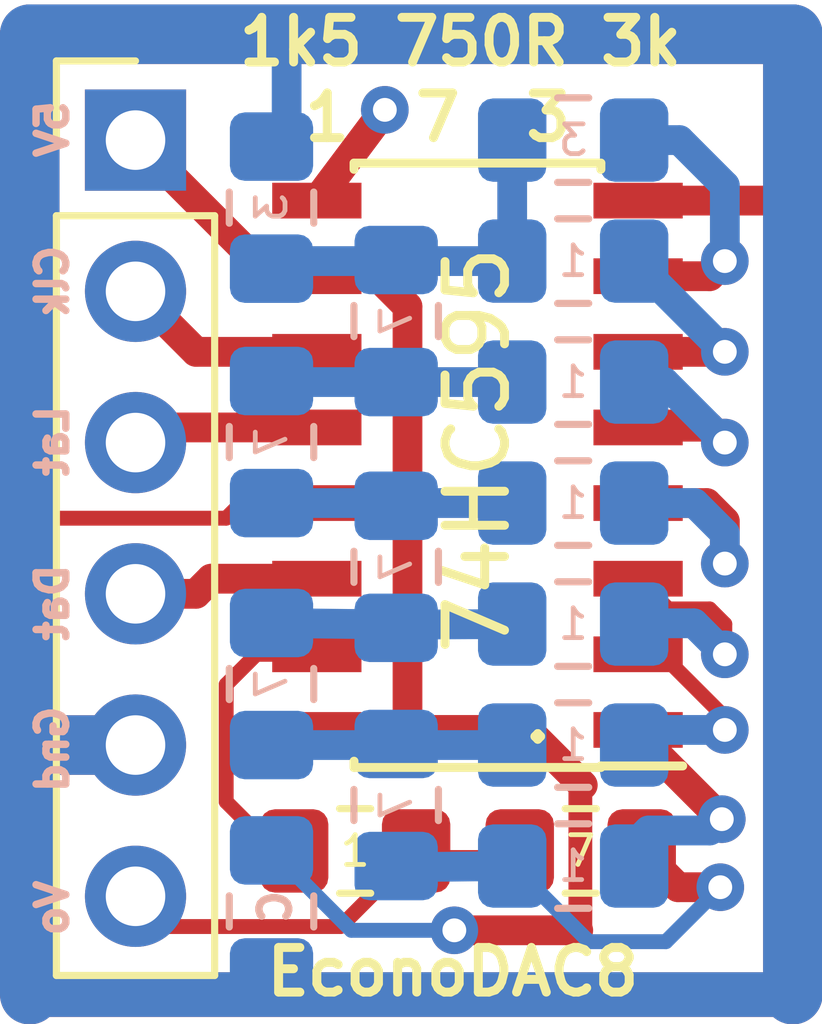
<source format=kicad_pcb>
(kicad_pcb (version 20171130) (host pcbnew 5.1.9+dfsg1-1)

  (general
    (thickness 1.6)
    (drawings 9)
    (tracks 119)
    (zones 0)
    (modules 18)
    (nets 22)
  )

  (page A4)
  (layers
    (0 F.Cu signal)
    (31 B.Cu signal hide)
    (32 B.Adhes user hide)
    (33 F.Adhes user hide)
    (34 B.Paste user hide)
    (35 F.Paste user hide)
    (36 B.SilkS user hide)
    (37 F.SilkS user)
    (38 B.Mask user hide)
    (39 F.Mask user hide)
    (40 Dwgs.User user hide)
    (41 Cmts.User user hide)
    (42 Eco1.User user hide)
    (43 Eco2.User user hide)
    (44 Edge.Cuts user hide)
    (45 Margin user hide)
    (46 B.CrtYd user hide)
    (47 F.CrtYd user hide)
    (48 B.Fab user hide)
    (49 F.Fab user hide)
  )

  (setup
    (last_trace_width 0.25)
    (user_trace_width 0.25)
    (user_trace_width 0.5)
    (user_trace_width 0.75)
    (user_trace_width 1)
    (trace_clearance 0.2)
    (zone_clearance 0.508)
    (zone_45_only no)
    (trace_min 0.2)
    (via_size 0.8)
    (via_drill 0.4)
    (via_min_size 0.4)
    (via_min_drill 0.3)
    (uvia_size 0.3)
    (uvia_drill 0.1)
    (uvias_allowed no)
    (uvia_min_size 0.2)
    (uvia_min_drill 0.1)
    (edge_width 0.05)
    (segment_width 0.2)
    (pcb_text_width 0.3)
    (pcb_text_size 1.5 1.5)
    (mod_edge_width 0.12)
    (mod_text_size 1 1)
    (mod_text_width 0.15)
    (pad_size 1.524 1.524)
    (pad_drill 0.762)
    (pad_to_mask_clearance 0)
    (aux_axis_origin 0 0)
    (visible_elements 7FFFFFFF)
    (pcbplotparams
      (layerselection 0x010fc_ffffffff)
      (usegerberextensions false)
      (usegerberattributes true)
      (usegerberadvancedattributes true)
      (creategerberjobfile true)
      (excludeedgelayer true)
      (linewidth 0.100000)
      (plotframeref false)
      (viasonmask false)
      (mode 1)
      (useauxorigin false)
      (hpglpennumber 1)
      (hpglpenspeed 20)
      (hpglpendiameter 15.000000)
      (psnegative false)
      (psa4output false)
      (plotreference true)
      (plotvalue true)
      (plotinvisibletext false)
      (padsonsilk false)
      (subtractmaskfromsilk false)
      (outputformat 1)
      (mirror false)
      (drillshape 1)
      (scaleselection 1)
      (outputdirectory ""))
  )

  (net 0 "")
  (net 1 "Net-(J1-Pad6)")
  (net 2 GND)
  (net 3 "Net-(J1-Pad4)")
  (net 4 "Net-(J1-Pad3)")
  (net 5 "Net-(J1-Pad2)")
  (net 6 +5V)
  (net 7 "Net-(R1-Pad2)")
  (net 8 "Net-(R2-Pad2)")
  (net 9 "Net-(R10-Pad2)")
  (net 10 "Net-(R3-Pad2)")
  (net 11 "Net-(R11-Pad2)")
  (net 12 "Net-(R4-Pad2)")
  (net 13 "Net-(R12-Pad2)")
  (net 14 "Net-(R5-Pad2)")
  (net 15 "Net-(R13-Pad2)")
  (net 16 "Net-(R6-Pad2)")
  (net 17 "Net-(R14-Pad2)")
  (net 18 "Net-(R7-Pad2)")
  (net 19 "Net-(R15-Pad2)")
  (net 20 "Net-(R8-Pad2)")
  (net 21 "Net-(U1-Pad9)")

  (net_class Default "This is the default net class."
    (clearance 0.2)
    (trace_width 0.25)
    (via_dia 0.8)
    (via_drill 0.4)
    (uvia_dia 0.3)
    (uvia_drill 0.1)
    (add_net +5V)
    (add_net GND)
    (add_net "Net-(J1-Pad2)")
    (add_net "Net-(J1-Pad3)")
    (add_net "Net-(J1-Pad4)")
    (add_net "Net-(J1-Pad6)")
    (add_net "Net-(R1-Pad2)")
    (add_net "Net-(R10-Pad2)")
    (add_net "Net-(R11-Pad2)")
    (add_net "Net-(R12-Pad2)")
    (add_net "Net-(R13-Pad2)")
    (add_net "Net-(R14-Pad2)")
    (add_net "Net-(R15-Pad2)")
    (add_net "Net-(R2-Pad2)")
    (add_net "Net-(R3-Pad2)")
    (add_net "Net-(R4-Pad2)")
    (add_net "Net-(R5-Pad2)")
    (add_net "Net-(R6-Pad2)")
    (add_net "Net-(R7-Pad2)")
    (add_net "Net-(R8-Pad2)")
    (add_net "Net-(U1-Pad9)")
  )

  (module Capacitor_SMD:C_0805_2012Metric_Pad1.15x1.40mm_HandSolder (layer B.Cu) (tedit 5B36C52B) (tstamp 61D23B7B)
    (at 128.524 101.346 270)
    (descr "Capacitor SMD 0805 (2012 Metric), square (rectangular) end terminal, IPC_7351 nominal with elongated pad for handsoldering. (Body size source: https://docs.google.com/spreadsheets/d/1BsfQQcO9C6DZCsRaXUlFlo91Tg2WpOkGARC1WS5S8t0/edit?usp=sharing), generated with kicad-footprint-generator")
    (tags "capacitor handsolder")
    (path /61D79C0E)
    (attr smd)
    (fp_text reference C1 (at 0 1.65 90) (layer B.SilkS) hide
      (effects (font (size 1 1) (thickness 0.15)) (justify mirror))
    )
    (fp_text value C (at -0.0762 -0.0635 90) (layer B.SilkS)
      (effects (font (size 0.5 0.5) (thickness 0.125)) (justify mirror))
    )
    (fp_line (start 1.85 -0.95) (end -1.85 -0.95) (layer B.CrtYd) (width 0.05))
    (fp_line (start 1.85 0.95) (end 1.85 -0.95) (layer B.CrtYd) (width 0.05))
    (fp_line (start -1.85 0.95) (end 1.85 0.95) (layer B.CrtYd) (width 0.05))
    (fp_line (start -1.85 -0.95) (end -1.85 0.95) (layer B.CrtYd) (width 0.05))
    (fp_line (start -0.261252 -0.71) (end 0.261252 -0.71) (layer B.SilkS) (width 0.12))
    (fp_line (start -0.261252 0.71) (end 0.261252 0.71) (layer B.SilkS) (width 0.12))
    (fp_line (start 1 -0.6) (end -1 -0.6) (layer B.Fab) (width 0.1))
    (fp_line (start 1 0.6) (end 1 -0.6) (layer B.Fab) (width 0.1))
    (fp_line (start -1 0.6) (end 1 0.6) (layer B.Fab) (width 0.1))
    (fp_line (start -1 -0.6) (end -1 0.6) (layer B.Fab) (width 0.1))
    (fp_text user %R (at 0 0 90) (layer B.Fab)
      (effects (font (size 0.5 0.5) (thickness 0.08)) (justify mirror))
    )
    (pad 2 smd roundrect (at 1.025 0 270) (size 1.15 1.4) (layers B.Cu B.Paste B.Mask) (roundrect_rratio 0.217391)
      (net 2 GND))
    (pad 1 smd roundrect (at -1.025 0 270) (size 1.15 1.4) (layers B.Cu B.Paste B.Mask) (roundrect_rratio 0.217391)
      (net 6 +5V))
    (model ${KISYS3DMOD}/Capacitor_SMD.3dshapes/C_0805_2012Metric.wrl
      (at (xyz 0 0 0))
      (scale (xyz 1 1 1))
      (rotate (xyz 0 0 0))
    )
  )

  (module Package_SO:SOIC-16_3.9x9.9mm_P1.27mm (layer F.Cu) (tedit 5A02F2D3) (tstamp 61D1E45A)
    (at 131.986 93.853 180)
    (descr "16-Lead Plastic Small Outline (SL) - Narrow, 3.90 mm Body [SOIC] (see Microchip Packaging Specification 00000049BS.pdf)")
    (tags "SOIC 1.27")
    (path /61D0BB31)
    (attr smd)
    (fp_text reference U1 (at 0 0.127 90) (layer F.SilkS) hide
      (effects (font (size 1 1) (thickness 0.15)))
    )
    (fp_text value 74HC595 (at 0 0.254 90) (layer F.SilkS)
      (effects (font (size 1 1) (thickness 0.15)))
    )
    (fp_line (start -2.075 -5.05) (end -3.45 -5.05) (layer F.SilkS) (width 0.15))
    (fp_line (start -2.075 5.075) (end 2.075 5.075) (layer F.SilkS) (width 0.15))
    (fp_line (start -2.075 -5.075) (end 2.075 -5.075) (layer F.SilkS) (width 0.15))
    (fp_line (start -2.075 5.075) (end -2.075 4.97) (layer F.SilkS) (width 0.15))
    (fp_line (start 2.075 5.075) (end 2.075 4.97) (layer F.SilkS) (width 0.15))
    (fp_line (start 2.075 -5.075) (end 2.075 -4.97) (layer F.SilkS) (width 0.15))
    (fp_line (start -2.075 -5.075) (end -2.075 -5.05) (layer F.SilkS) (width 0.15))
    (fp_line (start -3.7 5.25) (end 3.7 5.25) (layer F.CrtYd) (width 0.05))
    (fp_line (start -3.7 -5.25) (end 3.7 -5.25) (layer F.CrtYd) (width 0.05))
    (fp_line (start 3.7 -5.25) (end 3.7 5.25) (layer F.CrtYd) (width 0.05))
    (fp_line (start -3.7 -5.25) (end -3.7 5.25) (layer F.CrtYd) (width 0.05))
    (fp_line (start -1.95 -3.95) (end -0.95 -4.95) (layer F.Fab) (width 0.15))
    (fp_line (start -1.95 4.95) (end -1.95 -3.95) (layer F.Fab) (width 0.15))
    (fp_line (start 1.95 4.95) (end -1.95 4.95) (layer F.Fab) (width 0.15))
    (fp_line (start 1.95 -4.95) (end 1.95 4.95) (layer F.Fab) (width 0.15))
    (fp_line (start -0.95 -4.95) (end 1.95 -4.95) (layer F.Fab) (width 0.15))
    (fp_text user %R (at 0 0) (layer F.Fab)
      (effects (font (size 0.9 0.9) (thickness 0.135)))
    )
    (pad 16 smd rect (at 2.7 -4.445 180) (size 1.5 0.6) (layers F.Cu F.Paste F.Mask)
      (net 6 +5V))
    (pad 15 smd rect (at 2.7 -3.175 180) (size 1.5 0.6) (layers F.Cu F.Paste F.Mask)
      (net 7 "Net-(R1-Pad2)"))
    (pad 14 smd rect (at 2.7 -1.905 180) (size 1.5 0.6) (layers F.Cu F.Paste F.Mask)
      (net 3 "Net-(J1-Pad4)"))
    (pad 13 smd rect (at 2.7 -0.635 180) (size 1.5 0.6) (layers F.Cu F.Paste F.Mask)
      (net 2 GND))
    (pad 12 smd rect (at 2.7 0.635 180) (size 1.5 0.6) (layers F.Cu F.Paste F.Mask)
      (net 4 "Net-(J1-Pad3)"))
    (pad 11 smd rect (at 2.7 1.905 180) (size 1.5 0.6) (layers F.Cu F.Paste F.Mask)
      (net 5 "Net-(J1-Pad2)"))
    (pad 10 smd rect (at 2.7 3.175 180) (size 1.5 0.6) (layers F.Cu F.Paste F.Mask)
      (net 6 +5V))
    (pad 9 smd rect (at 2.7 4.445 180) (size 1.5 0.6) (layers F.Cu F.Paste F.Mask)
      (net 21 "Net-(U1-Pad9)"))
    (pad 8 smd rect (at -2.7 4.445 180) (size 1.5 0.6) (layers F.Cu F.Paste F.Mask)
      (net 2 GND))
    (pad 7 smd rect (at -2.7 3.175 180) (size 1.5 0.6) (layers F.Cu F.Paste F.Mask)
      (net 20 "Net-(R8-Pad2)"))
    (pad 6 smd rect (at -2.7 1.905 180) (size 1.5 0.6) (layers F.Cu F.Paste F.Mask)
      (net 18 "Net-(R7-Pad2)"))
    (pad 5 smd rect (at -2.7 0.635 180) (size 1.5 0.6) (layers F.Cu F.Paste F.Mask)
      (net 16 "Net-(R6-Pad2)"))
    (pad 4 smd rect (at -2.7 -0.635 180) (size 1.5 0.6) (layers F.Cu F.Paste F.Mask)
      (net 14 "Net-(R5-Pad2)"))
    (pad 3 smd rect (at -2.7 -1.905 180) (size 1.5 0.6) (layers F.Cu F.Paste F.Mask)
      (net 12 "Net-(R4-Pad2)"))
    (pad 2 smd rect (at -2.7 -3.175 180) (size 1.5 0.6) (layers F.Cu F.Paste F.Mask)
      (net 10 "Net-(R3-Pad2)"))
    (pad 1 smd rect (at -2.7 -4.445 180) (size 1.5 0.6) (layers F.Cu F.Paste F.Mask)
      (net 8 "Net-(R2-Pad2)"))
    (model ${KISYS3DMOD}/Package_SO.3dshapes/SOIC-16_3.9x9.9mm_P1.27mm.wrl
      (at (xyz 0 0 0))
      (scale (xyz 1 1 1))
      (rotate (xyz 0 0 0))
    )
  )

  (module Resistor_SMD:R_0805_2012Metric_Pad1.15x1.40mm_HandSolder (layer B.Cu) (tedit 5B36C52B) (tstamp 61D16CE3)
    (at 130.6195 91.431 90)
    (descr "Resistor SMD 0805 (2012 Metric), square (rectangular) end terminal, IPC_7351 nominal with elongated pad for handsoldering. (Body size source: https://docs.google.com/spreadsheets/d/1BsfQQcO9C6DZCsRaXUlFlo91Tg2WpOkGARC1WS5S8t0/edit?usp=sharing), generated with kicad-footprint-generator")
    (tags "resistor handsolder")
    (path /61D13105)
    (attr smd)
    (fp_text reference R15 (at 0 1.65 270) (layer B.SilkS) hide
      (effects (font (size 1 1) (thickness 0.15)) (justify mirror))
    )
    (fp_text value 750R (at 0 -1.65 270) (layer B.Fab)
      (effects (font (size 1 1) (thickness 0.15)) (justify mirror))
    )
    (fp_line (start 1.85 -0.95) (end -1.85 -0.95) (layer B.CrtYd) (width 0.05))
    (fp_line (start 1.85 0.95) (end 1.85 -0.95) (layer B.CrtYd) (width 0.05))
    (fp_line (start -1.85 0.95) (end 1.85 0.95) (layer B.CrtYd) (width 0.05))
    (fp_line (start -1.85 -0.95) (end -1.85 0.95) (layer B.CrtYd) (width 0.05))
    (fp_line (start -0.261252 -0.71) (end 0.261252 -0.71) (layer B.SilkS) (width 0.12))
    (fp_line (start -0.261252 0.71) (end 0.261252 0.71) (layer B.SilkS) (width 0.12))
    (fp_line (start 1 -0.6) (end -1 -0.6) (layer B.Fab) (width 0.1))
    (fp_line (start 1 0.6) (end 1 -0.6) (layer B.Fab) (width 0.1))
    (fp_line (start -1 0.6) (end 1 0.6) (layer B.Fab) (width 0.1))
    (fp_line (start -1 -0.6) (end -1 0.6) (layer B.Fab) (width 0.1))
    (fp_text user 7 (at 0 0 270) (layer B.SilkS)
      (effects (font (size 0.5 0.5) (thickness 0.08)) (justify mirror))
    )
    (pad 2 smd roundrect (at 1.025 0 90) (size 1.15 1.4) (layers B.Cu B.Paste B.Mask) (roundrect_rratio 0.217391)
      (net 19 "Net-(R15-Pad2)"))
    (pad 1 smd roundrect (at -1.025 0 90) (size 1.15 1.4) (layers B.Cu B.Paste B.Mask) (roundrect_rratio 0.217391)
      (net 17 "Net-(R14-Pad2)"))
    (model ${KISYS3DMOD}/Resistor_SMD.3dshapes/R_0805_2012Metric.wrl
      (at (xyz 0 0 0))
      (scale (xyz 1 1 1))
      (rotate (xyz 0 0 0))
    )
  )

  (module Resistor_SMD:R_0805_2012Metric_Pad1.15x1.40mm_HandSolder (layer B.Cu) (tedit 5B36C52B) (tstamp 61D16C5C)
    (at 128.524 93.463 90)
    (descr "Resistor SMD 0805 (2012 Metric), square (rectangular) end terminal, IPC_7351 nominal with elongated pad for handsoldering. (Body size source: https://docs.google.com/spreadsheets/d/1BsfQQcO9C6DZCsRaXUlFlo91Tg2WpOkGARC1WS5S8t0/edit?usp=sharing), generated with kicad-footprint-generator")
    (tags "resistor handsolder")
    (path /61D12DC7)
    (attr smd)
    (fp_text reference R14 (at 0 1.65 270) (layer B.SilkS) hide
      (effects (font (size 1 1) (thickness 0.15)) (justify mirror))
    )
    (fp_text value 750R (at 0 -1.65 270) (layer B.Fab)
      (effects (font (size 1 1) (thickness 0.15)) (justify mirror))
    )
    (fp_line (start 1.85 -0.95) (end -1.85 -0.95) (layer B.CrtYd) (width 0.05))
    (fp_line (start 1.85 0.95) (end 1.85 -0.95) (layer B.CrtYd) (width 0.05))
    (fp_line (start -1.85 0.95) (end 1.85 0.95) (layer B.CrtYd) (width 0.05))
    (fp_line (start -1.85 -0.95) (end -1.85 0.95) (layer B.CrtYd) (width 0.05))
    (fp_line (start -0.261252 -0.71) (end 0.261252 -0.71) (layer B.SilkS) (width 0.12))
    (fp_line (start -0.261252 0.71) (end 0.261252 0.71) (layer B.SilkS) (width 0.12))
    (fp_line (start 1 -0.6) (end -1 -0.6) (layer B.Fab) (width 0.1))
    (fp_line (start 1 0.6) (end 1 -0.6) (layer B.Fab) (width 0.1))
    (fp_line (start -1 0.6) (end 1 0.6) (layer B.Fab) (width 0.1))
    (fp_line (start -1 -0.6) (end -1 0.6) (layer B.Fab) (width 0.1))
    (fp_text user 7 (at 0 0 270) (layer B.SilkS)
      (effects (font (size 0.5 0.5) (thickness 0.08)) (justify mirror))
    )
    (pad 2 smd roundrect (at 1.025 0 90) (size 1.15 1.4) (layers B.Cu B.Paste B.Mask) (roundrect_rratio 0.217391)
      (net 17 "Net-(R14-Pad2)"))
    (pad 1 smd roundrect (at -1.025 0 90) (size 1.15 1.4) (layers B.Cu B.Paste B.Mask) (roundrect_rratio 0.217391)
      (net 15 "Net-(R13-Pad2)"))
    (model ${KISYS3DMOD}/Resistor_SMD.3dshapes/R_0805_2012Metric.wrl
      (at (xyz 0 0 0))
      (scale (xyz 1 1 1))
      (rotate (xyz 0 0 0))
    )
  )

  (module Resistor_SMD:R_0805_2012Metric_Pad1.15x1.40mm_HandSolder (layer B.Cu) (tedit 5B36C52B) (tstamp 61D16BD5)
    (at 130.6195 95.5585 90)
    (descr "Resistor SMD 0805 (2012 Metric), square (rectangular) end terminal, IPC_7351 nominal with elongated pad for handsoldering. (Body size source: https://docs.google.com/spreadsheets/d/1BsfQQcO9C6DZCsRaXUlFlo91Tg2WpOkGARC1WS5S8t0/edit?usp=sharing), generated with kicad-footprint-generator")
    (tags "resistor handsolder")
    (path /61D12AC6)
    (attr smd)
    (fp_text reference R13 (at 0 1.65 270) (layer B.SilkS) hide
      (effects (font (size 1 1) (thickness 0.15)) (justify mirror))
    )
    (fp_text value 750R (at 0 -1.65 270) (layer B.Fab)
      (effects (font (size 1 1) (thickness 0.15)) (justify mirror))
    )
    (fp_line (start 1.85 -0.95) (end -1.85 -0.95) (layer B.CrtYd) (width 0.05))
    (fp_line (start 1.85 0.95) (end 1.85 -0.95) (layer B.CrtYd) (width 0.05))
    (fp_line (start -1.85 0.95) (end 1.85 0.95) (layer B.CrtYd) (width 0.05))
    (fp_line (start -1.85 -0.95) (end -1.85 0.95) (layer B.CrtYd) (width 0.05))
    (fp_line (start -0.261252 -0.71) (end 0.261252 -0.71) (layer B.SilkS) (width 0.12))
    (fp_line (start -0.261252 0.71) (end 0.261252 0.71) (layer B.SilkS) (width 0.12))
    (fp_line (start 1 -0.6) (end -1 -0.6) (layer B.Fab) (width 0.1))
    (fp_line (start 1 0.6) (end 1 -0.6) (layer B.Fab) (width 0.1))
    (fp_line (start -1 0.6) (end 1 0.6) (layer B.Fab) (width 0.1))
    (fp_line (start -1 -0.6) (end -1 0.6) (layer B.Fab) (width 0.1))
    (fp_text user 7 (at 0 0 270) (layer B.SilkS)
      (effects (font (size 0.5 0.5) (thickness 0.08)) (justify mirror))
    )
    (pad 2 smd roundrect (at 1.025 0 90) (size 1.15 1.4) (layers B.Cu B.Paste B.Mask) (roundrect_rratio 0.217391)
      (net 15 "Net-(R13-Pad2)"))
    (pad 1 smd roundrect (at -1.025 0 90) (size 1.15 1.4) (layers B.Cu B.Paste B.Mask) (roundrect_rratio 0.217391)
      (net 13 "Net-(R12-Pad2)"))
    (model ${KISYS3DMOD}/Resistor_SMD.3dshapes/R_0805_2012Metric.wrl
      (at (xyz 0 0 0))
      (scale (xyz 1 1 1))
      (rotate (xyz 0 0 0))
    )
  )

  (module Resistor_SMD:R_0805_2012Metric_Pad1.15x1.40mm_HandSolder (layer B.Cu) (tedit 5B36C52B) (tstamp 61D16B4E)
    (at 128.524 97.527 90)
    (descr "Resistor SMD 0805 (2012 Metric), square (rectangular) end terminal, IPC_7351 nominal with elongated pad for handsoldering. (Body size source: https://docs.google.com/spreadsheets/d/1BsfQQcO9C6DZCsRaXUlFlo91Tg2WpOkGARC1WS5S8t0/edit?usp=sharing), generated with kicad-footprint-generator")
    (tags "resistor handsolder")
    (path /61D12795)
    (attr smd)
    (fp_text reference R12 (at 0 1.65 90) (layer B.SilkS) hide
      (effects (font (size 1 1) (thickness 0.15)) (justify mirror))
    )
    (fp_text value 750R (at 0 -1.65 90) (layer B.Fab)
      (effects (font (size 1 1) (thickness 0.15)) (justify mirror))
    )
    (fp_line (start 1.85 -0.95) (end -1.85 -0.95) (layer B.CrtYd) (width 0.05))
    (fp_line (start 1.85 0.95) (end 1.85 -0.95) (layer B.CrtYd) (width 0.05))
    (fp_line (start -1.85 0.95) (end 1.85 0.95) (layer B.CrtYd) (width 0.05))
    (fp_line (start -1.85 -0.95) (end -1.85 0.95) (layer B.CrtYd) (width 0.05))
    (fp_line (start -0.261252 -0.71) (end 0.261252 -0.71) (layer B.SilkS) (width 0.12))
    (fp_line (start -0.261252 0.71) (end 0.261252 0.71) (layer B.SilkS) (width 0.12))
    (fp_line (start 1 -0.6) (end -1 -0.6) (layer B.Fab) (width 0.1))
    (fp_line (start 1 0.6) (end 1 -0.6) (layer B.Fab) (width 0.1))
    (fp_line (start -1 0.6) (end 1 0.6) (layer B.Fab) (width 0.1))
    (fp_line (start -1 -0.6) (end -1 0.6) (layer B.Fab) (width 0.1))
    (fp_text user 7 (at 0 0 90) (layer B.SilkS)
      (effects (font (size 0.5 0.5) (thickness 0.08)) (justify mirror))
    )
    (pad 2 smd roundrect (at 1.025 0 90) (size 1.15 1.4) (layers B.Cu B.Paste B.Mask) (roundrect_rratio 0.217391)
      (net 13 "Net-(R12-Pad2)"))
    (pad 1 smd roundrect (at -1.025 0 90) (size 1.15 1.4) (layers B.Cu B.Paste B.Mask) (roundrect_rratio 0.217391)
      (net 11 "Net-(R11-Pad2)"))
    (model ${KISYS3DMOD}/Resistor_SMD.3dshapes/R_0805_2012Metric.wrl
      (at (xyz 0 0 0))
      (scale (xyz 1 1 1))
      (rotate (xyz 0 0 0))
    )
  )

  (module Resistor_SMD:R_0805_2012Metric_Pad1.15x1.40mm_HandSolder (layer B.Cu) (tedit 5B36C52B) (tstamp 61D16AC7)
    (at 130.6195 99.559 90)
    (descr "Resistor SMD 0805 (2012 Metric), square (rectangular) end terminal, IPC_7351 nominal with elongated pad for handsoldering. (Body size source: https://docs.google.com/spreadsheets/d/1BsfQQcO9C6DZCsRaXUlFlo91Tg2WpOkGARC1WS5S8t0/edit?usp=sharing), generated with kicad-footprint-generator")
    (tags "resistor handsolder")
    (path /61D12402)
    (attr smd)
    (fp_text reference R11 (at 0 1.65 90) (layer B.SilkS) hide
      (effects (font (size 1 1) (thickness 0.15)) (justify mirror))
    )
    (fp_text value 750R (at 0 -1.65 90) (layer B.Fab)
      (effects (font (size 1 1) (thickness 0.15)) (justify mirror))
    )
    (fp_line (start 1.85 -0.95) (end -1.85 -0.95) (layer B.CrtYd) (width 0.05))
    (fp_line (start 1.85 0.95) (end 1.85 -0.95) (layer B.CrtYd) (width 0.05))
    (fp_line (start -1.85 0.95) (end 1.85 0.95) (layer B.CrtYd) (width 0.05))
    (fp_line (start -1.85 -0.95) (end -1.85 0.95) (layer B.CrtYd) (width 0.05))
    (fp_line (start -0.261252 -0.71) (end 0.261252 -0.71) (layer B.SilkS) (width 0.12))
    (fp_line (start -0.261252 0.71) (end 0.261252 0.71) (layer B.SilkS) (width 0.12))
    (fp_line (start 1 -0.6) (end -1 -0.6) (layer B.Fab) (width 0.1))
    (fp_line (start 1 0.6) (end 1 -0.6) (layer B.Fab) (width 0.1))
    (fp_line (start -1 0.6) (end 1 0.6) (layer B.Fab) (width 0.1))
    (fp_line (start -1 -0.6) (end -1 0.6) (layer B.Fab) (width 0.1))
    (fp_text user 7 (at 0 0 90) (layer B.SilkS)
      (effects (font (size 0.5 0.5) (thickness 0.08)) (justify mirror))
    )
    (pad 2 smd roundrect (at 1.025 0 90) (size 1.15 1.4) (layers B.Cu B.Paste B.Mask) (roundrect_rratio 0.217391)
      (net 11 "Net-(R11-Pad2)"))
    (pad 1 smd roundrect (at -1.025 0 90) (size 1.15 1.4) (layers B.Cu B.Paste B.Mask) (roundrect_rratio 0.217391)
      (net 9 "Net-(R10-Pad2)"))
    (model ${KISYS3DMOD}/Resistor_SMD.3dshapes/R_0805_2012Metric.wrl
      (at (xyz 0 0 0))
      (scale (xyz 1 1 1))
      (rotate (xyz 0 0 0))
    )
  )

  (module Resistor_SMD:R_0805_2012Metric_Pad1.15x1.40mm_HandSolder (layer F.Cu) (tedit 5B36C52B) (tstamp 61D1CA7A)
    (at 133.722 100.33)
    (descr "Resistor SMD 0805 (2012 Metric), square (rectangular) end terminal, IPC_7351 nominal with elongated pad for handsoldering. (Body size source: https://docs.google.com/spreadsheets/d/1BsfQQcO9C6DZCsRaXUlFlo91Tg2WpOkGARC1WS5S8t0/edit?usp=sharing), generated with kicad-footprint-generator")
    (tags "resistor handsolder")
    (path /61D11D1E)
    (attr smd)
    (fp_text reference R10 (at 0 -1.65) (layer F.SilkS) hide
      (effects (font (size 1 1) (thickness 0.15)))
    )
    (fp_text value 750R (at 0 1.65) (layer F.Fab)
      (effects (font (size 1 1) (thickness 0.15)))
    )
    (fp_line (start 1.85 0.95) (end -1.85 0.95) (layer F.CrtYd) (width 0.05))
    (fp_line (start 1.85 -0.95) (end 1.85 0.95) (layer F.CrtYd) (width 0.05))
    (fp_line (start -1.85 -0.95) (end 1.85 -0.95) (layer F.CrtYd) (width 0.05))
    (fp_line (start -1.85 0.95) (end -1.85 -0.95) (layer F.CrtYd) (width 0.05))
    (fp_line (start -0.261252 0.71) (end 0.261252 0.71) (layer F.SilkS) (width 0.12))
    (fp_line (start -0.261252 -0.71) (end 0.261252 -0.71) (layer F.SilkS) (width 0.12))
    (fp_line (start 1 0.6) (end -1 0.6) (layer F.Fab) (width 0.1))
    (fp_line (start 1 -0.6) (end 1 0.6) (layer F.Fab) (width 0.1))
    (fp_line (start -1 -0.6) (end 1 -0.6) (layer F.Fab) (width 0.1))
    (fp_line (start -1 0.6) (end -1 -0.6) (layer F.Fab) (width 0.1))
    (fp_text user 7 (at 0 0) (layer F.SilkS)
      (effects (font (size 0.5 0.5) (thickness 0.08)))
    )
    (pad 2 smd roundrect (at 1.025 0) (size 1.15 1.4) (layers F.Cu F.Paste F.Mask) (roundrect_rratio 0.217391)
      (net 9 "Net-(R10-Pad2)"))
    (pad 1 smd roundrect (at -1.025 0) (size 1.15 1.4) (layers F.Cu F.Paste F.Mask) (roundrect_rratio 0.217391)
      (net 1 "Net-(J1-Pad6)"))
    (model ${KISYS3DMOD}/Resistor_SMD.3dshapes/R_0805_2012Metric.wrl
      (at (xyz 0 0 0))
      (scale (xyz 1 1 1))
      (rotate (xyz 0 0 0))
    )
  )

  (module Resistor_SMD:R_0805_2012Metric_Pad1.15x1.40mm_HandSolder (layer B.Cu) (tedit 5B36C52B) (tstamp 61D169B9)
    (at 128.524 89.526 270)
    (descr "Resistor SMD 0805 (2012 Metric), square (rectangular) end terminal, IPC_7351 nominal with elongated pad for handsoldering. (Body size source: https://docs.google.com/spreadsheets/d/1BsfQQcO9C6DZCsRaXUlFlo91Tg2WpOkGARC1WS5S8t0/edit?usp=sharing), generated with kicad-footprint-generator")
    (tags "resistor handsolder")
    (path /61D117DF)
    (attr smd)
    (fp_text reference R9 (at 0 1.65 90) (layer B.SilkS) hide
      (effects (font (size 1 1) (thickness 0.15)) (justify mirror))
    )
    (fp_text value 3k0 (at 0 -1.65 90) (layer B.Fab)
      (effects (font (size 1 1) (thickness 0.15)) (justify mirror))
    )
    (fp_line (start 1.85 -0.95) (end -1.85 -0.95) (layer B.CrtYd) (width 0.05))
    (fp_line (start 1.85 0.95) (end 1.85 -0.95) (layer B.CrtYd) (width 0.05))
    (fp_line (start -1.85 0.95) (end 1.85 0.95) (layer B.CrtYd) (width 0.05))
    (fp_line (start -1.85 -0.95) (end -1.85 0.95) (layer B.CrtYd) (width 0.05))
    (fp_line (start -0.261252 -0.71) (end 0.261252 -0.71) (layer B.SilkS) (width 0.12))
    (fp_line (start -0.261252 0.71) (end 0.261252 0.71) (layer B.SilkS) (width 0.12))
    (fp_line (start 1 -0.6) (end -1 -0.6) (layer B.Fab) (width 0.1))
    (fp_line (start 1 0.6) (end 1 -0.6) (layer B.Fab) (width 0.1))
    (fp_line (start -1 0.6) (end 1 0.6) (layer B.Fab) (width 0.1))
    (fp_line (start -1 -0.6) (end -1 0.6) (layer B.Fab) (width 0.1))
    (fp_text user 3 (at 0 0 90) (layer B.SilkS)
      (effects (font (size 0.5 0.5) (thickness 0.08)) (justify mirror))
    )
    (pad 2 smd roundrect (at 1.025 0 270) (size 1.15 1.4) (layers B.Cu B.Paste B.Mask) (roundrect_rratio 0.217391)
      (net 19 "Net-(R15-Pad2)"))
    (pad 1 smd roundrect (at -1.025 0 270) (size 1.15 1.4) (layers B.Cu B.Paste B.Mask) (roundrect_rratio 0.217391)
      (net 2 GND))
    (model ${KISYS3DMOD}/Resistor_SMD.3dshapes/R_0805_2012Metric.wrl
      (at (xyz 0 0 0))
      (scale (xyz 1 1 1))
      (rotate (xyz 0 0 0))
    )
  )

  (module Resistor_SMD:R_0805_2012Metric_Pad1.15x1.40mm_HandSolder (layer B.Cu) (tedit 5B36C52B) (tstamp 61D16932)
    (at 133.595 88.392)
    (descr "Resistor SMD 0805 (2012 Metric), square (rectangular) end terminal, IPC_7351 nominal with elongated pad for handsoldering. (Body size source: https://docs.google.com/spreadsheets/d/1BsfQQcO9C6DZCsRaXUlFlo91Tg2WpOkGARC1WS5S8t0/edit?usp=sharing), generated with kicad-footprint-generator")
    (tags "resistor handsolder")
    (path /61D1143D)
    (attr smd)
    (fp_text reference R8 (at 0 1.65) (layer B.SilkS) hide
      (effects (font (size 1 1) (thickness 0.15)) (justify mirror))
    )
    (fp_text value 3k0 (at 0 -1.65) (layer B.Fab)
      (effects (font (size 1 1) (thickness 0.15)) (justify mirror))
    )
    (fp_line (start 1.85 -0.95) (end -1.85 -0.95) (layer B.CrtYd) (width 0.05))
    (fp_line (start 1.85 0.95) (end 1.85 -0.95) (layer B.CrtYd) (width 0.05))
    (fp_line (start -1.85 0.95) (end 1.85 0.95) (layer B.CrtYd) (width 0.05))
    (fp_line (start -1.85 -0.95) (end -1.85 0.95) (layer B.CrtYd) (width 0.05))
    (fp_line (start -0.261252 -0.71) (end 0.261252 -0.71) (layer B.SilkS) (width 0.12))
    (fp_line (start -0.261252 0.71) (end 0.261252 0.71) (layer B.SilkS) (width 0.12))
    (fp_line (start 1 -0.6) (end -1 -0.6) (layer B.Fab) (width 0.1))
    (fp_line (start 1 0.6) (end 1 -0.6) (layer B.Fab) (width 0.1))
    (fp_line (start -1 0.6) (end 1 0.6) (layer B.Fab) (width 0.1))
    (fp_line (start -1 -0.6) (end -1 0.6) (layer B.Fab) (width 0.1))
    (fp_text user 3 (at 0 0) (layer B.SilkS)
      (effects (font (size 0.5 0.5) (thickness 0.08)) (justify mirror))
    )
    (pad 2 smd roundrect (at 1.025 0) (size 1.15 1.4) (layers B.Cu B.Paste B.Mask) (roundrect_rratio 0.217391)
      (net 20 "Net-(R8-Pad2)"))
    (pad 1 smd roundrect (at -1.025 0) (size 1.15 1.4) (layers B.Cu B.Paste B.Mask) (roundrect_rratio 0.217391)
      (net 19 "Net-(R15-Pad2)"))
    (model ${KISYS3DMOD}/Resistor_SMD.3dshapes/R_0805_2012Metric.wrl
      (at (xyz 0 0 0))
      (scale (xyz 1 1 1))
      (rotate (xyz 0 0 0))
    )
  )

  (module Resistor_SMD:R_0805_2012Metric_Pad1.15x1.40mm_HandSolder (layer B.Cu) (tedit 5B36C52B) (tstamp 61D168AB)
    (at 133.595 90.424)
    (descr "Resistor SMD 0805 (2012 Metric), square (rectangular) end terminal, IPC_7351 nominal with elongated pad for handsoldering. (Body size source: https://docs.google.com/spreadsheets/d/1BsfQQcO9C6DZCsRaXUlFlo91Tg2WpOkGARC1WS5S8t0/edit?usp=sharing), generated with kicad-footprint-generator")
    (tags "resistor handsolder")
    (path /61D111E1)
    (attr smd)
    (fp_text reference R7 (at 0 1.65) (layer B.SilkS) hide
      (effects (font (size 1 1) (thickness 0.15)) (justify mirror))
    )
    (fp_text value 1k5 (at 0 -1.65) (layer B.Fab)
      (effects (font (size 1 1) (thickness 0.15)) (justify mirror))
    )
    (fp_line (start 1.85 -0.95) (end -1.85 -0.95) (layer B.CrtYd) (width 0.05))
    (fp_line (start 1.85 0.95) (end 1.85 -0.95) (layer B.CrtYd) (width 0.05))
    (fp_line (start -1.85 0.95) (end 1.85 0.95) (layer B.CrtYd) (width 0.05))
    (fp_line (start -1.85 -0.95) (end -1.85 0.95) (layer B.CrtYd) (width 0.05))
    (fp_line (start -0.261252 -0.71) (end 0.261252 -0.71) (layer B.SilkS) (width 0.12))
    (fp_line (start -0.261252 0.71) (end 0.261252 0.71) (layer B.SilkS) (width 0.12))
    (fp_line (start 1 -0.6) (end -1 -0.6) (layer B.Fab) (width 0.1))
    (fp_line (start 1 0.6) (end 1 -0.6) (layer B.Fab) (width 0.1))
    (fp_line (start -1 0.6) (end 1 0.6) (layer B.Fab) (width 0.1))
    (fp_line (start -1 -0.6) (end -1 0.6) (layer B.Fab) (width 0.1))
    (fp_text user 1 (at 0 0) (layer B.SilkS)
      (effects (font (size 0.5 0.5) (thickness 0.08)) (justify mirror))
    )
    (pad 2 smd roundrect (at 1.025 0) (size 1.15 1.4) (layers B.Cu B.Paste B.Mask) (roundrect_rratio 0.217391)
      (net 18 "Net-(R7-Pad2)"))
    (pad 1 smd roundrect (at -1.025 0) (size 1.15 1.4) (layers B.Cu B.Paste B.Mask) (roundrect_rratio 0.217391)
      (net 19 "Net-(R15-Pad2)"))
    (model ${KISYS3DMOD}/Resistor_SMD.3dshapes/R_0805_2012Metric.wrl
      (at (xyz 0 0 0))
      (scale (xyz 1 1 1))
      (rotate (xyz 0 0 0))
    )
  )

  (module Resistor_SMD:R_0805_2012Metric_Pad1.15x1.40mm_HandSolder (layer B.Cu) (tedit 5B36C52B) (tstamp 61D16824)
    (at 133.595 92.456)
    (descr "Resistor SMD 0805 (2012 Metric), square (rectangular) end terminal, IPC_7351 nominal with elongated pad for handsoldering. (Body size source: https://docs.google.com/spreadsheets/d/1BsfQQcO9C6DZCsRaXUlFlo91Tg2WpOkGARC1WS5S8t0/edit?usp=sharing), generated with kicad-footprint-generator")
    (tags "resistor handsolder")
    (path /61D10FAC)
    (attr smd)
    (fp_text reference R6 (at 0 1.65) (layer B.SilkS) hide
      (effects (font (size 1 1) (thickness 0.15)) (justify mirror))
    )
    (fp_text value 1k5 (at 0 -1.65) (layer B.Fab)
      (effects (font (size 1 1) (thickness 0.15)) (justify mirror))
    )
    (fp_line (start 1.85 -0.95) (end -1.85 -0.95) (layer B.CrtYd) (width 0.05))
    (fp_line (start 1.85 0.95) (end 1.85 -0.95) (layer B.CrtYd) (width 0.05))
    (fp_line (start -1.85 0.95) (end 1.85 0.95) (layer B.CrtYd) (width 0.05))
    (fp_line (start -1.85 -0.95) (end -1.85 0.95) (layer B.CrtYd) (width 0.05))
    (fp_line (start -0.261252 -0.71) (end 0.261252 -0.71) (layer B.SilkS) (width 0.12))
    (fp_line (start -0.261252 0.71) (end 0.261252 0.71) (layer B.SilkS) (width 0.12))
    (fp_line (start 1 -0.6) (end -1 -0.6) (layer B.Fab) (width 0.1))
    (fp_line (start 1 0.6) (end 1 -0.6) (layer B.Fab) (width 0.1))
    (fp_line (start -1 0.6) (end 1 0.6) (layer B.Fab) (width 0.1))
    (fp_line (start -1 -0.6) (end -1 0.6) (layer B.Fab) (width 0.1))
    (fp_text user 1 (at 0 0) (layer B.SilkS)
      (effects (font (size 0.5 0.5) (thickness 0.08)) (justify mirror))
    )
    (pad 2 smd roundrect (at 1.025 0) (size 1.15 1.4) (layers B.Cu B.Paste B.Mask) (roundrect_rratio 0.217391)
      (net 16 "Net-(R6-Pad2)"))
    (pad 1 smd roundrect (at -1.025 0) (size 1.15 1.4) (layers B.Cu B.Paste B.Mask) (roundrect_rratio 0.217391)
      (net 17 "Net-(R14-Pad2)"))
    (model ${KISYS3DMOD}/Resistor_SMD.3dshapes/R_0805_2012Metric.wrl
      (at (xyz 0 0 0))
      (scale (xyz 1 1 1))
      (rotate (xyz 0 0 0))
    )
  )

  (module Resistor_SMD:R_0805_2012Metric_Pad1.15x1.40mm_HandSolder (layer B.Cu) (tedit 5B36C52B) (tstamp 61D1679D)
    (at 133.595 94.488)
    (descr "Resistor SMD 0805 (2012 Metric), square (rectangular) end terminal, IPC_7351 nominal with elongated pad for handsoldering. (Body size source: https://docs.google.com/spreadsheets/d/1BsfQQcO9C6DZCsRaXUlFlo91Tg2WpOkGARC1WS5S8t0/edit?usp=sharing), generated with kicad-footprint-generator")
    (tags "resistor handsolder")
    (path /61D10D21)
    (attr smd)
    (fp_text reference R5 (at 0 1.65) (layer B.SilkS) hide
      (effects (font (size 1 1) (thickness 0.15)) (justify mirror))
    )
    (fp_text value 1k5 (at 0 -1.65) (layer B.Fab)
      (effects (font (size 1 1) (thickness 0.15)) (justify mirror))
    )
    (fp_line (start 1.85 -0.95) (end -1.85 -0.95) (layer B.CrtYd) (width 0.05))
    (fp_line (start 1.85 0.95) (end 1.85 -0.95) (layer B.CrtYd) (width 0.05))
    (fp_line (start -1.85 0.95) (end 1.85 0.95) (layer B.CrtYd) (width 0.05))
    (fp_line (start -1.85 -0.95) (end -1.85 0.95) (layer B.CrtYd) (width 0.05))
    (fp_line (start -0.261252 -0.71) (end 0.261252 -0.71) (layer B.SilkS) (width 0.12))
    (fp_line (start -0.261252 0.71) (end 0.261252 0.71) (layer B.SilkS) (width 0.12))
    (fp_line (start 1 -0.6) (end -1 -0.6) (layer B.Fab) (width 0.1))
    (fp_line (start 1 0.6) (end 1 -0.6) (layer B.Fab) (width 0.1))
    (fp_line (start -1 0.6) (end 1 0.6) (layer B.Fab) (width 0.1))
    (fp_line (start -1 -0.6) (end -1 0.6) (layer B.Fab) (width 0.1))
    (fp_text user 1 (at 0 0) (layer B.SilkS)
      (effects (font (size 0.5 0.5) (thickness 0.08)) (justify mirror))
    )
    (pad 2 smd roundrect (at 1.025 0) (size 1.15 1.4) (layers B.Cu B.Paste B.Mask) (roundrect_rratio 0.217391)
      (net 14 "Net-(R5-Pad2)"))
    (pad 1 smd roundrect (at -1.025 0) (size 1.15 1.4) (layers B.Cu B.Paste B.Mask) (roundrect_rratio 0.217391)
      (net 15 "Net-(R13-Pad2)"))
    (model ${KISYS3DMOD}/Resistor_SMD.3dshapes/R_0805_2012Metric.wrl
      (at (xyz 0 0 0))
      (scale (xyz 1 1 1))
      (rotate (xyz 0 0 0))
    )
  )

  (module Resistor_SMD:R_0805_2012Metric_Pad1.15x1.40mm_HandSolder (layer B.Cu) (tedit 5B36C52B) (tstamp 61D16716)
    (at 133.595 96.52)
    (descr "Resistor SMD 0805 (2012 Metric), square (rectangular) end terminal, IPC_7351 nominal with elongated pad for handsoldering. (Body size source: https://docs.google.com/spreadsheets/d/1BsfQQcO9C6DZCsRaXUlFlo91Tg2WpOkGARC1WS5S8t0/edit?usp=sharing), generated with kicad-footprint-generator")
    (tags "resistor handsolder")
    (path /61D10B63)
    (attr smd)
    (fp_text reference R4 (at 0 1.65) (layer B.SilkS) hide
      (effects (font (size 1 1) (thickness 0.15)) (justify mirror))
    )
    (fp_text value 1k5 (at 0 -1.65) (layer B.Fab)
      (effects (font (size 1 1) (thickness 0.15)) (justify mirror))
    )
    (fp_line (start 1.85 -0.95) (end -1.85 -0.95) (layer B.CrtYd) (width 0.05))
    (fp_line (start 1.85 0.95) (end 1.85 -0.95) (layer B.CrtYd) (width 0.05))
    (fp_line (start -1.85 0.95) (end 1.85 0.95) (layer B.CrtYd) (width 0.05))
    (fp_line (start -1.85 -0.95) (end -1.85 0.95) (layer B.CrtYd) (width 0.05))
    (fp_line (start -0.261252 -0.71) (end 0.261252 -0.71) (layer B.SilkS) (width 0.12))
    (fp_line (start -0.261252 0.71) (end 0.261252 0.71) (layer B.SilkS) (width 0.12))
    (fp_line (start 1 -0.6) (end -1 -0.6) (layer B.Fab) (width 0.1))
    (fp_line (start 1 0.6) (end 1 -0.6) (layer B.Fab) (width 0.1))
    (fp_line (start -1 0.6) (end 1 0.6) (layer B.Fab) (width 0.1))
    (fp_line (start -1 -0.6) (end -1 0.6) (layer B.Fab) (width 0.1))
    (fp_text user 1 (at 0 0) (layer B.SilkS)
      (effects (font (size 0.5 0.5) (thickness 0.08)) (justify mirror))
    )
    (pad 2 smd roundrect (at 1.025 0) (size 1.15 1.4) (layers B.Cu B.Paste B.Mask) (roundrect_rratio 0.217391)
      (net 12 "Net-(R4-Pad2)"))
    (pad 1 smd roundrect (at -1.025 0) (size 1.15 1.4) (layers B.Cu B.Paste B.Mask) (roundrect_rratio 0.217391)
      (net 13 "Net-(R12-Pad2)"))
    (model ${KISYS3DMOD}/Resistor_SMD.3dshapes/R_0805_2012Metric.wrl
      (at (xyz 0 0 0))
      (scale (xyz 1 1 1))
      (rotate (xyz 0 0 0))
    )
  )

  (module Resistor_SMD:R_0805_2012Metric_Pad1.15x1.40mm_HandSolder (layer B.Cu) (tedit 5B36C52B) (tstamp 61D1668F)
    (at 133.595 98.552)
    (descr "Resistor SMD 0805 (2012 Metric), square (rectangular) end terminal, IPC_7351 nominal with elongated pad for handsoldering. (Body size source: https://docs.google.com/spreadsheets/d/1BsfQQcO9C6DZCsRaXUlFlo91Tg2WpOkGARC1WS5S8t0/edit?usp=sharing), generated with kicad-footprint-generator")
    (tags "resistor handsolder")
    (path /61D1093D)
    (attr smd)
    (fp_text reference R3 (at 0 1.65) (layer B.SilkS) hide
      (effects (font (size 1 1) (thickness 0.15)) (justify mirror))
    )
    (fp_text value 1k5 (at 0 -1.65) (layer B.Fab)
      (effects (font (size 1 1) (thickness 0.15)) (justify mirror))
    )
    (fp_line (start 1.85 -0.95) (end -1.85 -0.95) (layer B.CrtYd) (width 0.05))
    (fp_line (start 1.85 0.95) (end 1.85 -0.95) (layer B.CrtYd) (width 0.05))
    (fp_line (start -1.85 0.95) (end 1.85 0.95) (layer B.CrtYd) (width 0.05))
    (fp_line (start -1.85 -0.95) (end -1.85 0.95) (layer B.CrtYd) (width 0.05))
    (fp_line (start -0.261252 -0.71) (end 0.261252 -0.71) (layer B.SilkS) (width 0.12))
    (fp_line (start -0.261252 0.71) (end 0.261252 0.71) (layer B.SilkS) (width 0.12))
    (fp_line (start 1 -0.6) (end -1 -0.6) (layer B.Fab) (width 0.1))
    (fp_line (start 1 0.6) (end 1 -0.6) (layer B.Fab) (width 0.1))
    (fp_line (start -1 0.6) (end 1 0.6) (layer B.Fab) (width 0.1))
    (fp_line (start -1 -0.6) (end -1 0.6) (layer B.Fab) (width 0.1))
    (fp_text user 1 (at 0 0) (layer B.SilkS)
      (effects (font (size 0.5 0.5) (thickness 0.08)) (justify mirror))
    )
    (pad 2 smd roundrect (at 1.025 0) (size 1.15 1.4) (layers B.Cu B.Paste B.Mask) (roundrect_rratio 0.217391)
      (net 10 "Net-(R3-Pad2)"))
    (pad 1 smd roundrect (at -1.025 0) (size 1.15 1.4) (layers B.Cu B.Paste B.Mask) (roundrect_rratio 0.217391)
      (net 11 "Net-(R11-Pad2)"))
    (model ${KISYS3DMOD}/Resistor_SMD.3dshapes/R_0805_2012Metric.wrl
      (at (xyz 0 0 0))
      (scale (xyz 1 1 1))
      (rotate (xyz 0 0 0))
    )
  )

  (module Resistor_SMD:R_0805_2012Metric_Pad1.15x1.40mm_HandSolder (layer B.Cu) (tedit 5B36C52B) (tstamp 61D16608)
    (at 133.595 100.584)
    (descr "Resistor SMD 0805 (2012 Metric), square (rectangular) end terminal, IPC_7351 nominal with elongated pad for handsoldering. (Body size source: https://docs.google.com/spreadsheets/d/1BsfQQcO9C6DZCsRaXUlFlo91Tg2WpOkGARC1WS5S8t0/edit?usp=sharing), generated with kicad-footprint-generator")
    (tags "resistor handsolder")
    (path /61D106F0)
    (attr smd)
    (fp_text reference R2 (at 0 1.65) (layer B.SilkS) hide
      (effects (font (size 1 1) (thickness 0.15)) (justify mirror))
    )
    (fp_text value 1k5 (at 0 -1.65) (layer B.Fab)
      (effects (font (size 1 1) (thickness 0.15)) (justify mirror))
    )
    (fp_line (start 1.85 -0.95) (end -1.85 -0.95) (layer B.CrtYd) (width 0.05))
    (fp_line (start 1.85 0.95) (end 1.85 -0.95) (layer B.CrtYd) (width 0.05))
    (fp_line (start -1.85 0.95) (end 1.85 0.95) (layer B.CrtYd) (width 0.05))
    (fp_line (start -1.85 -0.95) (end -1.85 0.95) (layer B.CrtYd) (width 0.05))
    (fp_line (start -0.261252 -0.71) (end 0.261252 -0.71) (layer B.SilkS) (width 0.12))
    (fp_line (start -0.261252 0.71) (end 0.261252 0.71) (layer B.SilkS) (width 0.12))
    (fp_line (start 1 -0.6) (end -1 -0.6) (layer B.Fab) (width 0.1))
    (fp_line (start 1 0.6) (end 1 -0.6) (layer B.Fab) (width 0.1))
    (fp_line (start -1 0.6) (end 1 0.6) (layer B.Fab) (width 0.1))
    (fp_line (start -1 -0.6) (end -1 0.6) (layer B.Fab) (width 0.1))
    (fp_text user 1 (at 0 0) (layer B.SilkS)
      (effects (font (size 0.5 0.5) (thickness 0.08)) (justify mirror))
    )
    (pad 2 smd roundrect (at 1.025 0) (size 1.15 1.4) (layers B.Cu B.Paste B.Mask) (roundrect_rratio 0.217391)
      (net 8 "Net-(R2-Pad2)"))
    (pad 1 smd roundrect (at -1.025 0) (size 1.15 1.4) (layers B.Cu B.Paste B.Mask) (roundrect_rratio 0.217391)
      (net 9 "Net-(R10-Pad2)"))
    (model ${KISYS3DMOD}/Resistor_SMD.3dshapes/R_0805_2012Metric.wrl
      (at (xyz 0 0 0))
      (scale (xyz 1 1 1))
      (rotate (xyz 0 0 0))
    )
  )

  (module Resistor_SMD:R_0805_2012Metric_Pad1.15x1.40mm_HandSolder (layer F.Cu) (tedit 5B36C52B) (tstamp 61D16581)
    (at 129.93 100.33 180)
    (descr "Resistor SMD 0805 (2012 Metric), square (rectangular) end terminal, IPC_7351 nominal with elongated pad for handsoldering. (Body size source: https://docs.google.com/spreadsheets/d/1BsfQQcO9C6DZCsRaXUlFlo91Tg2WpOkGARC1WS5S8t0/edit?usp=sharing), generated with kicad-footprint-generator")
    (tags "resistor handsolder")
    (path /61D0ED28)
    (attr smd)
    (fp_text reference R1 (at 0 -1.65) (layer F.SilkS) hide
      (effects (font (size 1 1) (thickness 0.15)))
    )
    (fp_text value 1k5 (at 0 1.65) (layer F.Fab)
      (effects (font (size 1 1) (thickness 0.15)))
    )
    (fp_line (start 1.85 0.95) (end -1.85 0.95) (layer F.CrtYd) (width 0.05))
    (fp_line (start 1.85 -0.95) (end 1.85 0.95) (layer F.CrtYd) (width 0.05))
    (fp_line (start -1.85 -0.95) (end 1.85 -0.95) (layer F.CrtYd) (width 0.05))
    (fp_line (start -1.85 0.95) (end -1.85 -0.95) (layer F.CrtYd) (width 0.05))
    (fp_line (start -0.261252 0.71) (end 0.261252 0.71) (layer F.SilkS) (width 0.12))
    (fp_line (start -0.261252 -0.71) (end 0.261252 -0.71) (layer F.SilkS) (width 0.12))
    (fp_line (start 1 0.6) (end -1 0.6) (layer F.Fab) (width 0.1))
    (fp_line (start 1 -0.6) (end 1 0.6) (layer F.Fab) (width 0.1))
    (fp_line (start -1 -0.6) (end 1 -0.6) (layer F.Fab) (width 0.1))
    (fp_line (start -1 0.6) (end -1 -0.6) (layer F.Fab) (width 0.1))
    (fp_text user 1 (at 0 0) (layer F.SilkS)
      (effects (font (size 0.5 0.5) (thickness 0.08)))
    )
    (pad 2 smd roundrect (at 1.025 0 180) (size 1.15 1.4) (layers F.Cu F.Paste F.Mask) (roundrect_rratio 0.217391)
      (net 7 "Net-(R1-Pad2)"))
    (pad 1 smd roundrect (at -1.025 0 180) (size 1.15 1.4) (layers F.Cu F.Paste F.Mask) (roundrect_rratio 0.217391)
      (net 1 "Net-(J1-Pad6)"))
    (model ${KISYS3DMOD}/Resistor_SMD.3dshapes/R_0805_2012Metric.wrl
      (at (xyz 0 0 0))
      (scale (xyz 1 1 1))
      (rotate (xyz 0 0 0))
    )
  )

  (module Connector_PinHeader_2.54mm:PinHeader_1x06_P2.54mm_Vertical (layer F.Cu) (tedit 59FED5CC) (tstamp 61D164FA)
    (at 126.238 88.392)
    (descr "Through hole straight pin header, 1x06, 2.54mm pitch, single row")
    (tags "Through hole pin header THT 1x06 2.54mm single row")
    (path /61D0D532)
    (fp_text reference J1 (at 0 -2.33) (layer F.SilkS) hide
      (effects (font (size 1 1) (thickness 0.15)))
    )
    (fp_text value Conn_01x06_Male (at 0 15.03) (layer F.Fab)
      (effects (font (size 1 1) (thickness 0.15)))
    )
    (fp_line (start 1.8 -1.8) (end -1.8 -1.8) (layer F.CrtYd) (width 0.05))
    (fp_line (start 1.8 14.5) (end 1.8 -1.8) (layer F.CrtYd) (width 0.05))
    (fp_line (start -1.8 14.5) (end 1.8 14.5) (layer F.CrtYd) (width 0.05))
    (fp_line (start -1.8 -1.8) (end -1.8 14.5) (layer F.CrtYd) (width 0.05))
    (fp_line (start -1.33 -1.33) (end 0 -1.33) (layer F.SilkS) (width 0.12))
    (fp_line (start -1.33 0) (end -1.33 -1.33) (layer F.SilkS) (width 0.12))
    (fp_line (start -1.33 1.27) (end 1.33 1.27) (layer F.SilkS) (width 0.12))
    (fp_line (start 1.33 1.27) (end 1.33 14.03) (layer F.SilkS) (width 0.12))
    (fp_line (start -1.33 1.27) (end -1.33 14.03) (layer F.SilkS) (width 0.12))
    (fp_line (start -1.33 14.03) (end 1.33 14.03) (layer F.SilkS) (width 0.12))
    (fp_line (start -1.27 -0.635) (end -0.635 -1.27) (layer F.Fab) (width 0.1))
    (fp_line (start -1.27 13.97) (end -1.27 -0.635) (layer F.Fab) (width 0.1))
    (fp_line (start 1.27 13.97) (end -1.27 13.97) (layer F.Fab) (width 0.1))
    (fp_line (start 1.27 -1.27) (end 1.27 13.97) (layer F.Fab) (width 0.1))
    (fp_line (start -0.635 -1.27) (end 1.27 -1.27) (layer F.Fab) (width 0.1))
    (fp_text user %R (at 0 6.35 90) (layer F.Fab)
      (effects (font (size 1 1) (thickness 0.15)))
    )
    (pad 6 thru_hole oval (at 0 12.7) (size 1.7 1.7) (drill 1) (layers *.Cu *.Mask)
      (net 1 "Net-(J1-Pad6)"))
    (pad 5 thru_hole oval (at 0 10.16) (size 1.7 1.7) (drill 1) (layers *.Cu *.Mask)
      (net 2 GND))
    (pad 4 thru_hole oval (at 0 7.62) (size 1.7 1.7) (drill 1) (layers *.Cu *.Mask)
      (net 3 "Net-(J1-Pad4)"))
    (pad 3 thru_hole oval (at 0 5.08) (size 1.7 1.7) (drill 1) (layers *.Cu *.Mask)
      (net 4 "Net-(J1-Pad3)"))
    (pad 2 thru_hole oval (at 0 2.54) (size 1.7 1.7) (drill 1) (layers *.Cu *.Mask)
      (net 5 "Net-(J1-Pad2)"))
    (pad 1 thru_hole rect (at 0 0) (size 1.7 1.7) (drill 1) (layers *.Cu *.Mask)
      (net 6 +5V))
    (model ${KISYS3DMOD}/Connector_PinHeader_2.54mm.3dshapes/PinHeader_1x06_P2.54mm_Vertical.wrl
      (at (xyz 0 0 0))
      (scale (xyz 1 1 1))
      (rotate (xyz 0 0 0))
    )
  )

  (gr_text . (at 133 98) (layer F.SilkS)
    (effects (font (size 1 1) (thickness 0.15)))
  )
  (gr_text "5V    Clk    Lat    Dat   Gnd    Vo" (at 124.841 94.742 90) (layer B.SilkS)
    (effects (font (size 0.5 0.5) (thickness 0.125)) (justify mirror))
  )
  (gr_text EconoDAC8 (at 131.572 102.362) (layer F.SilkS)
    (effects (font (size 0.75 0.75) (thickness 0.15)))
  )
  (gr_text "1  7  3" (at 131.318 88.011) (layer F.SilkS)
    (effects (font (size 0.75 0.75) (thickness 0.15)))
  )
  (gr_text "1k5 750R 3k" (at 131.699 86.741) (layer F.SilkS)
    (effects (font (size 0.75 0.75) (thickness 0.15)))
  )
  (gr_line (start 123.698 103.505) (end 123.698 85.852) (layer Edge.Cuts) (width 0.05) (tstamp 61D1AAB3))
  (gr_line (start 138.176 103.505) (end 123.698 103.505) (layer Edge.Cuts) (width 0.05))
  (gr_line (start 138.176 85.852) (end 138.176 103.505) (layer Edge.Cuts) (width 0.05))
  (gr_line (start 123.698 85.852) (end 138.176 85.852) (layer Edge.Cuts) (width 0.05))

  (segment (start 126.746 101.6) (end 126.238 101.092) (width 0.25) (layer F.Cu) (net 1))
  (segment (start 129.685 101.6) (end 126.746 101.6) (width 0.25) (layer F.Cu) (net 1))
  (segment (start 130.719 100.566) (end 129.685 101.6) (width 0.25) (layer F.Cu) (net 1))
  (segment (start 132.461 100.566) (end 130.719 100.566) (width 0.5) (layer F.Cu) (net 1))
  (segment (start 132.697 100.33) (end 132.461 100.566) (width 0.5) (layer F.Cu) (net 1))
  (segment (start 124.46 94.488) (end 124.46 98.552) (width 1) (layer F.Cu) (net 2))
  (segment (start 124.714 94.742) (end 124.46 94.488) (width 0.25) (layer F.Cu) (net 2))
  (segment (start 127.762 94.742) (end 124.714 94.742) (width 0.25) (layer F.Cu) (net 2))
  (segment (start 128.016 94.488) (end 127.762 94.742) (width 0.25) (layer F.Cu) (net 2))
  (segment (start 129.286 94.488) (end 128.016 94.488) (width 0.25) (layer F.Cu) (net 2))
  (segment (start 134.686 89.408) (end 137.287 89.408) (width 0.5) (layer F.Cu) (net 2))
  (segment (start 126.238 98.552) (end 124.46 98.552) (width 1) (layer F.Cu) (net 2))
  (segment (start 126.238 98.552) (end 124.46 98.552) (width 1) (layer B.Cu) (net 2))
  (segment (start 124.46 102.743) (end 137.287 102.743) (width 0.75) (layer F.Cu) (net 2) (tstamp 61D1DB27))
  (segment (start 137.287 86.614) (end 124.46 86.614) (width 1) (layer F.Cu) (net 2))
  (segment (start 124.46 86.614) (end 124.46 94.488) (width 1) (layer F.Cu) (net 2))
  (segment (start 137.287 89.408) (end 137.287 86.614) (width 1) (layer F.Cu) (net 2))
  (segment (start 137.287 102.743) (end 124.46 102.743) (width 0.75) (layer B.Cu) (net 2))
  (segment (start 137.287 102.743) (end 137.287 89.408) (width 1) (layer F.Cu) (net 2))
  (segment (start 137.287 86.614) (end 137.287 102.743) (width 1) (layer B.Cu) (net 2))
  (segment (start 124.46 86.614) (end 137.287 86.614) (width 1) (layer B.Cu) (net 2))
  (segment (start 124.46 98.552) (end 124.46 86.614) (width 1) (layer B.Cu) (net 2))
  (segment (start 124.46 98.552) (end 124.46 102.743) (width 1) (layer F.Cu) (net 2))
  (segment (start 124.46 102.743) (end 124.46 98.552) (width 1) (layer B.Cu) (net 2))
  (segment (start 128.778 88.138) (end 128.778 86.614) (width 0.5) (layer B.Cu) (net 2))
  (segment (start 128.524 88.392) (end 128.778 88.138) (width 0.25) (layer B.Cu) (net 2))
  (segment (start 127.254 96.012) (end 126.238 96.012) (width 0.5) (layer F.Cu) (net 3))
  (segment (start 127.508 95.758) (end 127.254 96.012) (width 0.5) (layer F.Cu) (net 3))
  (segment (start 129.286 95.758) (end 127.508 95.758) (width 0.5) (layer F.Cu) (net 3))
  (segment (start 126.492 93.218) (end 126.238 93.472) (width 0.5) (layer F.Cu) (net 4))
  (segment (start 129.286 93.218) (end 126.492 93.218) (width 0.5) (layer F.Cu) (net 4))
  (segment (start 127.254 91.948) (end 126.238 90.932) (width 0.5) (layer F.Cu) (net 5))
  (segment (start 129.286 91.948) (end 127.254 91.948) (width 0.5) (layer F.Cu) (net 5))
  (via (at 131.5974 101.6635) (size 0.8) (drill 0.4) (layers F.Cu B.Cu) (net 6))
  (segment (start 128.524 90.678) (end 129.286 90.678) (width 0.5) (layer F.Cu) (net 6))
  (segment (start 126.238 88.392) (end 128.524 90.678) (width 0.5) (layer F.Cu) (net 6))
  (segment (start 129.8665 101.6635) (end 128.524 100.321) (width 0.25) (layer B.Cu) (net 6))
  (segment (start 131.5974 101.6635) (end 129.8665 101.6635) (width 0.25) (layer B.Cu) (net 6))
  (segment (start 130.302 90.678) (end 130.81 91.186) (width 0.5) (layer F.Cu) (net 6))
  (segment (start 130.81 91.186) (end 130.81 98.298) (width 0.5) (layer F.Cu) (net 6))
  (segment (start 129.286 90.678) (end 130.302 90.678) (width 0.5) (layer F.Cu) (net 6))
  (segment (start 133.6802 101.6635) (end 131.5974 101.6635) (width 0.5) (layer F.Cu) (net 6))
  (segment (start 132.8293 98.298) (end 133.7564 99.2251) (width 0.5) (layer F.Cu) (net 6))
  (segment (start 129.286 98.298) (end 132.8293 98.298) (width 0.5) (layer F.Cu) (net 6))
  (segment (start 133.71576 101.62794) (end 133.6802 101.6635) (width 0.4) (layer F.Cu) (net 6))
  (segment (start 133.71576 99.26574) (end 133.71576 101.62794) (width 0.4) (layer F.Cu) (net 6))
  (segment (start 133.7564 99.2251) (end 133.71576 99.26574) (width 0.4) (layer F.Cu) (net 6))
  (segment (start 128.5875 100.33) (end 128.905 100.33) (width 0.25) (layer F.Cu) (net 7))
  (segment (start 128.27 97.028) (end 127.762 97.536) (width 0.25) (layer F.Cu) (net 7))
  (segment (start 127.762 99.5045) (end 128.5875 100.33) (width 0.25) (layer F.Cu) (net 7))
  (segment (start 127.762 97.536) (end 127.762 99.5045) (width 0.25) (layer F.Cu) (net 7))
  (segment (start 129.286 97.028) (end 128.27 97.028) (width 0.25) (layer F.Cu) (net 7))
  (via (at 136.0932 99.7966) (size 0.8) (drill 0.4) (layers F.Cu B.Cu) (net 8))
  (segment (start 136.0932 99.7966) (end 136.0805 99.7966) (width 0.25) (layer B.Cu) (net 8))
  (segment (start 134.62 100.2284) (end 134.62 100.584) (width 0.5) (layer B.Cu) (net 8))
  (segment (start 134.8613 99.9871) (end 134.62 100.2284) (width 0.5) (layer B.Cu) (net 8))
  (segment (start 135.89 99.9871) (end 134.8613 99.9871) (width 0.5) (layer B.Cu) (net 8))
  (segment (start 136.0805 99.7966) (end 135.89 99.9871) (width 0.5) (layer B.Cu) (net 8))
  (segment (start 134.7343 98.4377) (end 136.144 99.8474) (width 0.5) (layer F.Cu) (net 8))
  (segment (start 132.57 100.584) (end 130.827818 100.601818) (width 0.5) (layer B.Cu) (net 9))
  (segment (start 130.827818 100.601818) (end 130.81 100.602) (width 0.25) (layer B.Cu) (net 9) (tstamp 61D19F73))
  (via (at 136.0678 100.9396) (size 0.8) (drill 0.4) (layers F.Cu B.Cu) (net 9))
  (segment (start 135.3566 100.9396) (end 134.747 100.33) (width 0.5) (layer F.Cu) (net 9))
  (segment (start 136.0678 100.9396) (end 135.3566 100.9396) (width 0.5) (layer F.Cu) (net 9))
  (segment (start 133.858 101.854) (end 132.588 100.584) (width 0.25) (layer B.Cu) (net 9))
  (segment (start 135.1534 101.854) (end 133.858 101.854) (width 0.25) (layer B.Cu) (net 9))
  (segment (start 136.0678 100.9396) (end 135.1534 101.854) (width 0.25) (layer B.Cu) (net 9))
  (via (at 136.144 98.298) (size 0.8) (drill 0.4) (layers F.Cu B.Cu) (net 10))
  (segment (start 134.874 98.298) (end 134.62 98.552) (width 0.25) (layer B.Cu) (net 10))
  (segment (start 136.144 98.298) (end 134.874 98.298) (width 0.5) (layer B.Cu) (net 10))
  (segment (start 136.144 98.087572) (end 136.144 98.298) (width 0.25) (layer F.Cu) (net 10))
  (segment (start 135.084428 97.028) (end 136.144 98.087572) (width 0.25) (layer F.Cu) (net 10))
  (segment (start 134.686 97.028) (end 135.084428 97.028) (width 0.25) (layer F.Cu) (net 10))
  (segment (start 132.57 98.552) (end 130.81 98.552) (width 0.5) (layer B.Cu) (net 11))
  (segment (start 130.81 98.552) (end 128.524 98.552) (width 0.5) (layer B.Cu) (net 11))
  (via (at 136.144 97.028) (size 0.8) (drill 0.4) (layers F.Cu B.Cu) (net 12))
  (segment (start 136.144 96.52) (end 136.144 96.71601) (width 0.25) (layer F.Cu) (net 12))
  (segment (start 135.89 96.266) (end 136.144 96.52) (width 0.25) (layer F.Cu) (net 12))
  (segment (start 135.194 96.266) (end 135.89 96.266) (width 0.25) (layer F.Cu) (net 12))
  (segment (start 134.686 95.758) (end 135.194 96.266) (width 0.25) (layer F.Cu) (net 12))
  (segment (start 134.5692 96.5073) (end 134.5565 96.5073) (width 0.5) (layer B.Cu) (net 12))
  (segment (start 135.6233 96.5073) (end 134.5692 96.5073) (width 0.5) (layer B.Cu) (net 12))
  (segment (start 136.144 97.028) (end 135.6233 96.5073) (width 0.5) (layer B.Cu) (net 12))
  (segment (start 132.57 96.52) (end 130.81 96.529) (width 0.5) (layer B.Cu) (net 13))
  (segment (start 130.81 96.529) (end 128.524 96.502) (width 0.5) (layer B.Cu) (net 13))
  (via (at 136.144 95.504) (size 0.8) (drill 0.4) (layers F.Cu B.Cu) (net 14))
  (segment (start 134.686 94.488) (end 135.128 94.488) (width 0.25) (layer F.Cu) (net 14))
  (segment (start 135.636 94.488) (end 134.62 94.488) (width 0.5) (layer B.Cu) (net 14))
  (segment (start 136.144 94.996) (end 135.636 94.488) (width 0.5) (layer B.Cu) (net 14))
  (segment (start 136.144 95.504) (end 136.144 94.996) (width 0.5) (layer B.Cu) (net 14))
  (segment (start 136.144 94.7928) (end 136.144 95.504) (width 0.5) (layer F.Cu) (net 14))
  (segment (start 135.8392 94.488) (end 136.144 94.7928) (width 0.5) (layer F.Cu) (net 14))
  (segment (start 135.128 94.488) (end 135.8392 94.488) (width 0.5) (layer F.Cu) (net 14))
  (segment (start 130.801 94.488) (end 128.524 94.488) (width 0.5) (layer B.Cu) (net 15))
  (segment (start 132.57 94.488) (end 130.801 94.488) (width 0.5) (layer B.Cu) (net 15))
  (via (at 136.144 93.472) (size 0.8) (drill 0.4) (layers F.Cu B.Cu) (net 16))
  (segment (start 135.128 92.456) (end 134.62 92.456) (width 0.5) (layer B.Cu) (net 16))
  (segment (start 136.144 93.472) (end 135.128 92.456) (width 0.5) (layer B.Cu) (net 16))
  (segment (start 135.8773 93.2053) (end 136.144 93.472) (width 0.5) (layer F.Cu) (net 16))
  (segment (start 134.6987 93.2053) (end 135.8773 93.2053) (width 0.5) (layer F.Cu) (net 16))
  (segment (start 134.686 93.218) (end 134.6987 93.2053) (width 0.5) (layer F.Cu) (net 16))
  (segment (start 128.542 92.456) (end 128.524 92.438) (width 0.25) (layer B.Cu) (net 17))
  (segment (start 132.57 92.456) (end 128.542 92.456) (width 0.5) (layer B.Cu) (net 17))
  (via (at 136.144 91.948) (size 0.8) (drill 0.4) (layers F.Cu B.Cu) (net 18))
  (segment (start 134.62 90.424) (end 136.144 91.948) (width 0.5) (layer B.Cu) (net 18))
  (segment (start 134.686 91.948) (end 136.144 91.948) (width 0.5) (layer F.Cu) (net 18))
  (segment (start 132.57 88.392) (end 132.57 90.424) (width 0.5) (layer B.Cu) (net 19))
  (segment (start 132.57 90.424) (end 130.81 90.424) (width 0.5) (layer B.Cu) (net 19))
  (segment (start 130.6015 90.424) (end 130.6195 90.406) (width 0.25) (layer B.Cu) (net 19))
  (segment (start 128.651 90.424) (end 130.6015 90.424) (width 0.5) (layer B.Cu) (net 19))
  (segment (start 128.524 90.551) (end 128.651 90.424) (width 0.25) (layer B.Cu) (net 19))
  (via (at 136.144 90.424) (size 0.8) (drill 0.4) (layers F.Cu B.Cu) (net 20))
  (segment (start 135.382 88.392) (end 134.62 88.392) (width 0.5) (layer B.Cu) (net 20))
  (segment (start 136.144 89.154) (end 135.382 88.392) (width 0.5) (layer B.Cu) (net 20))
  (segment (start 136.144 90.424) (end 136.144 89.154) (width 0.5) (layer B.Cu) (net 20))
  (segment (start 135.89 90.678) (end 136.144 90.424) (width 0.5) (layer F.Cu) (net 20))
  (segment (start 134.686 90.678) (end 135.89 90.678) (width 0.5) (layer F.Cu) (net 20))
  (via (at 130.429 87.884) (size 0.8) (drill 0.4) (layers F.Cu B.Cu) (net 21))
  (segment (start 129.286 89.408) (end 130.429 87.884) (width 0.5) (layer F.Cu) (net 21))

)

</source>
